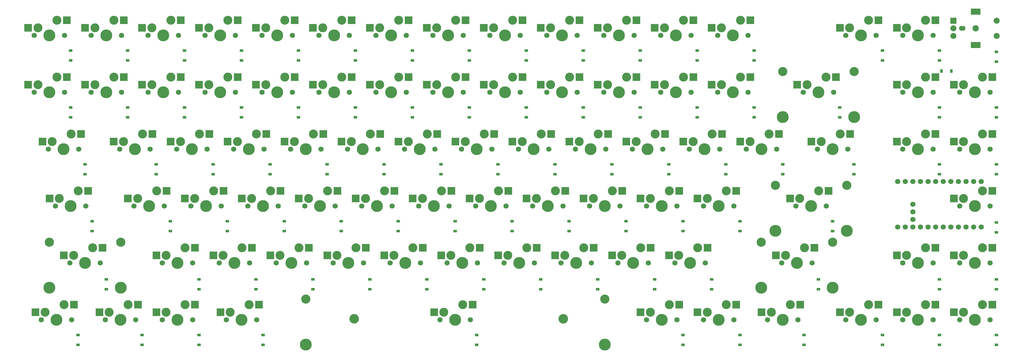
<source format=gbs>
%TF.GenerationSoftware,KiCad,Pcbnew,9.0.2*%
%TF.CreationDate,2025-07-13T14:40:43-07:00*%
%TF.ProjectId,Kicad Project,4b696361-6420-4507-926f-6a6563742e6b,rev?*%
%TF.SameCoordinates,Original*%
%TF.FileFunction,Soldermask,Bot*%
%TF.FilePolarity,Negative*%
%FSLAX46Y46*%
G04 Gerber Fmt 4.6, Leading zero omitted, Abs format (unit mm)*
G04 Created by KiCad (PCBNEW 9.0.2) date 2025-07-13 14:40:43*
%MOMM*%
%LPD*%
G01*
G04 APERTURE LIST*
G04 Aperture macros list*
%AMRoundRect*
0 Rectangle with rounded corners*
0 $1 Rounding radius*
0 $2 $3 $4 $5 $6 $7 $8 $9 X,Y pos of 4 corners*
0 Add a 4 corners polygon primitive as box body*
4,1,4,$2,$3,$4,$5,$6,$7,$8,$9,$2,$3,0*
0 Add four circle primitives for the rounded corners*
1,1,$1+$1,$2,$3*
1,1,$1+$1,$4,$5*
1,1,$1+$1,$6,$7*
1,1,$1+$1,$8,$9*
0 Add four rect primitives between the rounded corners*
20,1,$1+$1,$2,$3,$4,$5,0*
20,1,$1+$1,$4,$5,$6,$7,0*
20,1,$1+$1,$6,$7,$8,$9,0*
20,1,$1+$1,$8,$9,$2,$3,0*%
G04 Aperture macros list end*
%ADD10C,1.750000*%
%ADD11C,3.000000*%
%ADD12C,3.987800*%
%ADD13R,2.550000X2.500000*%
%ADD14RoundRect,0.225000X0.375000X-0.225000X0.375000X0.225000X-0.375000X0.225000X-0.375000X-0.225000X0*%
%ADD15C,3.048000*%
%ADD16C,3.200000*%
%ADD17O,2.200000X1.600000*%
%ADD18C,2.100000*%
%ADD19R,2.000000X2.000000*%
%ADD20C,2.000000*%
%ADD21R,3.200000X2.000000*%
%ADD22RoundRect,0.225000X0.225000X0.375000X-0.225000X0.375000X-0.225000X-0.375000X0.225000X-0.375000X0*%
%ADD23C,1.752600*%
G04 APERTURE END LIST*
D10*
%TO.C,MX42*%
X142557660Y-130968828D03*
D11*
X143827660Y-128428828D03*
D12*
X147637660Y-130968828D03*
D11*
X150177660Y-125888828D03*
D10*
X152717660Y-130968828D03*
D13*
X140552660Y-128428828D03*
X153479660Y-125888828D03*
%TD*%
D10*
%TO.C,MX23*%
X223520160Y-92868828D03*
D11*
X224790160Y-90328828D03*
D12*
X228600160Y-92868828D03*
D11*
X231140160Y-87788828D03*
D10*
X233680160Y-92868828D03*
D13*
X221515160Y-90328828D03*
X234442160Y-87788828D03*
%TD*%
D10*
%TO.C,MX27*%
X80645160Y-111918828D03*
D11*
X81915160Y-109378828D03*
D12*
X85725160Y-111918828D03*
D11*
X88265160Y-106838828D03*
D10*
X90805160Y-111918828D03*
D13*
X78640160Y-109378828D03*
X91567160Y-106838828D03*
%TD*%
D10*
%TO.C,MX33*%
X194945160Y-111918828D03*
D11*
X196215160Y-109378828D03*
D12*
X200025160Y-111918828D03*
D11*
X202565160Y-106838828D03*
D10*
X205105160Y-111918828D03*
D13*
X192940160Y-109378828D03*
X205867160Y-106838828D03*
%TD*%
D10*
%TO.C,MX29*%
X118745160Y-111918828D03*
D11*
X120015160Y-109378828D03*
D12*
X123825160Y-111918828D03*
D11*
X126365160Y-106838828D03*
D10*
X128905160Y-111918828D03*
D13*
X116740160Y-109378828D03*
X129667160Y-106838828D03*
%TD*%
D10*
%TO.C,MX25*%
X261620160Y-92868828D03*
D11*
X262890160Y-90328828D03*
D12*
X266700160Y-92868828D03*
D11*
X269240160Y-87788828D03*
D10*
X271780160Y-92868828D03*
D13*
X259615160Y-90328828D03*
X272542160Y-87788828D03*
%TD*%
D10*
%TO.C,MX39*%
X85407660Y-130968828D03*
D11*
X86677660Y-128428828D03*
D12*
X90487660Y-130968828D03*
D11*
X93027660Y-125888828D03*
D10*
X95567660Y-130968828D03*
D13*
X83402660Y-128428828D03*
X96329660Y-125888828D03*
%TD*%
D10*
%TO.C,MX36*%
X252095160Y-111918828D03*
D11*
X253365160Y-109378828D03*
D12*
X257175160Y-111918828D03*
D11*
X259715160Y-106838828D03*
D10*
X262255160Y-111918828D03*
D13*
X250090160Y-109378828D03*
X263017160Y-106838828D03*
%TD*%
D14*
%TO.C,D54*%
X183356410Y-158812578D03*
X183356410Y-155512578D03*
%TD*%
%TO.C,D51*%
X126206410Y-158812578D03*
X126206410Y-155512578D03*
%TD*%
D10*
%TO.C,MX57*%
X228282660Y-150018828D03*
D11*
X229552660Y-147478828D03*
D12*
X233362660Y-150018828D03*
D11*
X235902660Y-144938828D03*
D10*
X238442660Y-150018828D03*
D13*
X226277660Y-147478828D03*
X239204660Y-144938828D03*
%TD*%
D10*
%TO.C,MX73*%
X323532660Y-169068828D03*
D11*
X324802660Y-166528828D03*
D12*
X328612660Y-169068828D03*
D11*
X331152660Y-163988828D03*
D10*
X333692660Y-169068828D03*
D13*
X321527660Y-166528828D03*
X334454660Y-163988828D03*
%TD*%
D10*
%TO.C,MX76*%
X54451410Y-169068828D03*
D11*
X55721410Y-166528828D03*
D12*
X59531410Y-169068828D03*
D11*
X62071410Y-163988828D03*
D10*
X64611410Y-169068828D03*
D13*
X52446410Y-166528828D03*
X65373410Y-163988828D03*
%TD*%
D14*
%TO.C,D59*%
X278606410Y-158812578D03*
X278606410Y-155512578D03*
%TD*%
D10*
%TO.C,MX13*%
X280670160Y-73818828D03*
D11*
X281940160Y-71278828D03*
D12*
X285750160Y-73818828D03*
D11*
X288290160Y-68738828D03*
D10*
X290830160Y-73818828D03*
D13*
X278665160Y-71278828D03*
X291592160Y-68738828D03*
%TD*%
D10*
%TO.C,MX16*%
X90170160Y-92868828D03*
D11*
X91440160Y-90328828D03*
D12*
X95250160Y-92868828D03*
D11*
X97790160Y-87788828D03*
D10*
X100330160Y-92868828D03*
D13*
X88165160Y-90328828D03*
X101092160Y-87788828D03*
%TD*%
D10*
%TO.C,MX53*%
X152082660Y-150018828D03*
D11*
X153352660Y-147478828D03*
D12*
X157162660Y-150018828D03*
D11*
X159702660Y-144938828D03*
D10*
X162242660Y-150018828D03*
D13*
X150077660Y-147478828D03*
X163004660Y-144938828D03*
%TD*%
D10*
%TO.C,MX59*%
X266382660Y-150018828D03*
D11*
X267652660Y-147478828D03*
D12*
X271462660Y-150018828D03*
D11*
X274002660Y-144938828D03*
D10*
X276542660Y-150018828D03*
D13*
X264377660Y-147478828D03*
X277304660Y-144938828D03*
%TD*%
D14*
%TO.C,D56*%
X221456410Y-158812578D03*
X221456410Y-155512578D03*
%TD*%
D10*
%TO.C,MX80*%
X314007660Y-111918828D03*
D11*
X315277660Y-109378828D03*
D12*
X319087660Y-111918828D03*
D11*
X321627660Y-106838828D03*
D10*
X324167660Y-111918828D03*
D13*
X312002660Y-109378828D03*
X324929660Y-106838828D03*
%TD*%
D15*
%TO.C,MX82*%
X302387160Y-85883828D03*
D12*
X302387160Y-101123828D03*
D10*
X309245160Y-92868828D03*
D11*
X310515160Y-90328828D03*
D12*
X314325160Y-92868828D03*
D11*
X316865160Y-87788828D03*
D10*
X319405160Y-92868828D03*
D15*
X326263160Y-85883828D03*
D12*
X326263160Y-101123828D03*
D13*
X307240160Y-90328828D03*
X320167160Y-87788828D03*
%TD*%
D10*
%TO.C,MX6*%
X147320160Y-73818828D03*
D11*
X148590160Y-71278828D03*
D12*
X152400160Y-73818828D03*
D11*
X154940160Y-68738828D03*
D10*
X157480160Y-73818828D03*
D13*
X145315160Y-71278828D03*
X158242160Y-68738828D03*
%TD*%
D10*
%TO.C,MX72*%
X342582660Y-150018828D03*
D11*
X343852660Y-147478828D03*
D12*
X347662660Y-150018828D03*
D11*
X350202660Y-144938828D03*
D10*
X352742660Y-150018828D03*
D13*
X340577660Y-147478828D03*
X353504660Y-144938828D03*
%TD*%
D10*
%TO.C,MX54*%
X171132660Y-150018828D03*
D11*
X172402660Y-147478828D03*
D12*
X176212660Y-150018828D03*
D11*
X178752660Y-144938828D03*
D10*
X181292660Y-150018828D03*
D13*
X169127660Y-147478828D03*
X182054660Y-144938828D03*
%TD*%
D14*
%TO.C,D52*%
X145256410Y-158812578D03*
X145256410Y-155512578D03*
%TD*%
D10*
%TO.C,MX51*%
X113982660Y-150018828D03*
D11*
X115252660Y-147478828D03*
D12*
X119062660Y-150018828D03*
D11*
X121602660Y-144938828D03*
D10*
X124142660Y-150018828D03*
D13*
X111977660Y-147478828D03*
X124904660Y-144938828D03*
%TD*%
D10*
%TO.C,MX74*%
X342582660Y-169068828D03*
D11*
X343852660Y-166528828D03*
D12*
X347662660Y-169068828D03*
D11*
X350202660Y-163988828D03*
D10*
X352742660Y-169068828D03*
D13*
X340577660Y-166528828D03*
X353504660Y-163988828D03*
%TD*%
D10*
%TO.C,MX35*%
X233045160Y-111918828D03*
D11*
X234315160Y-109378828D03*
D12*
X238125160Y-111918828D03*
D11*
X240665160Y-106838828D03*
D10*
X243205160Y-111918828D03*
D13*
X231040160Y-109378828D03*
X243967160Y-106838828D03*
%TD*%
D10*
%TO.C,MX63*%
X275907660Y-169068828D03*
D11*
X277177660Y-166528828D03*
D12*
X280987660Y-169068828D03*
D11*
X283527660Y-163988828D03*
D10*
X286067660Y-169068828D03*
D13*
X273902660Y-166528828D03*
X286829660Y-163988828D03*
%TD*%
D14*
%TO.C,D53*%
X164306410Y-158812578D03*
X164306410Y-155512578D03*
%TD*%
D10*
%TO.C,MX22*%
X204470160Y-92868828D03*
D11*
X205740160Y-90328828D03*
D12*
X209550160Y-92868828D03*
D11*
X212090160Y-87788828D03*
D10*
X214630160Y-92868828D03*
D13*
X202465160Y-90328828D03*
X215392160Y-87788828D03*
%TD*%
D10*
%TO.C,MX46*%
X218757660Y-130968828D03*
D11*
X220027660Y-128428828D03*
D12*
X223837660Y-130968828D03*
D11*
X226377660Y-125888828D03*
D10*
X228917660Y-130968828D03*
D13*
X216752660Y-128428828D03*
X229679660Y-125888828D03*
%TD*%
D14*
%TO.C,D85*%
X314325160Y-158812578D03*
X314325160Y-155512578D03*
%TD*%
D10*
%TO.C,MX12*%
X261620160Y-73818828D03*
D11*
X262890160Y-71278828D03*
D12*
X266700160Y-73818828D03*
D11*
X269240160Y-68738828D03*
D10*
X271780160Y-73818828D03*
D13*
X259615160Y-71278828D03*
X272542160Y-68738828D03*
%TD*%
D16*
%TO.C,M3-1*%
X159050160Y-168718828D03*
%TD*%
D10*
%TO.C,MX9*%
X204470160Y-73818828D03*
D11*
X205740160Y-71278828D03*
D12*
X209550160Y-73818828D03*
D11*
X212090160Y-68738828D03*
D10*
X214630160Y-73818828D03*
D13*
X202465160Y-71278828D03*
X215392160Y-68738828D03*
%TD*%
D10*
%TO.C,MX64*%
X323532660Y-73818828D03*
D11*
X324802660Y-71278828D03*
D12*
X328612660Y-73818828D03*
D11*
X331152660Y-68738828D03*
D10*
X333692660Y-73818828D03*
D13*
X321527660Y-71278828D03*
X334454660Y-68738828D03*
%TD*%
D10*
%TO.C,MX30*%
X137795160Y-111918828D03*
D11*
X139065160Y-109378828D03*
D12*
X142875160Y-111918828D03*
D11*
X145415160Y-106838828D03*
D10*
X147955160Y-111918828D03*
D13*
X135790160Y-109378828D03*
X148717160Y-106838828D03*
%TD*%
D10*
%TO.C,MX14*%
X52070160Y-92868828D03*
D11*
X53340160Y-90328828D03*
D12*
X57150160Y-92868828D03*
D11*
X59690160Y-87788828D03*
D10*
X62230160Y-92868828D03*
D13*
X50065160Y-90328828D03*
X62992160Y-87788828D03*
%TD*%
D10*
%TO.C,MX8*%
X185420160Y-73818828D03*
D11*
X186690160Y-71278828D03*
D12*
X190500160Y-73818828D03*
D11*
X193040160Y-68738828D03*
D10*
X195580160Y-73818828D03*
D13*
X183415160Y-71278828D03*
X196342160Y-68738828D03*
%TD*%
D10*
%TO.C,MX45*%
X199707660Y-130968828D03*
D11*
X200977660Y-128428828D03*
D12*
X204787660Y-130968828D03*
D11*
X207327660Y-125888828D03*
D10*
X209867660Y-130968828D03*
D13*
X197702660Y-128428828D03*
X210629660Y-125888828D03*
%TD*%
D10*
%TO.C,MX20*%
X166370160Y-92868828D03*
D11*
X167640160Y-90328828D03*
D12*
X171450160Y-92868828D03*
D11*
X173990160Y-87788828D03*
D10*
X176530160Y-92868828D03*
D13*
X164365160Y-90328828D03*
X177292160Y-87788828D03*
%TD*%
D10*
%TO.C,MX65*%
X342582660Y-73818828D03*
D11*
X343852660Y-71278828D03*
D12*
X347662660Y-73818828D03*
D11*
X350202660Y-68738828D03*
D10*
X352742660Y-73818828D03*
D13*
X340577660Y-71278828D03*
X353504660Y-68738828D03*
%TD*%
D10*
%TO.C,MX78*%
X297338910Y-169068828D03*
D11*
X298608910Y-166528828D03*
D12*
X302418910Y-169068828D03*
D11*
X304958910Y-163988828D03*
D10*
X307498910Y-169068828D03*
D13*
X295333910Y-166528828D03*
X308260910Y-163988828D03*
%TD*%
D14*
%TO.C,D84*%
X76200160Y-158812578D03*
X76200160Y-155512578D03*
%TD*%
D10*
%TO.C,MX34*%
X213995160Y-111918828D03*
D11*
X215265160Y-109378828D03*
D12*
X219075160Y-111918828D03*
D11*
X221615160Y-106838828D03*
D10*
X224155160Y-111918828D03*
D13*
X211990160Y-109378828D03*
X224917160Y-106838828D03*
%TD*%
D15*
%TO.C,MX84*%
X57118410Y-143033828D03*
D12*
X57118410Y-158273828D03*
D10*
X63976410Y-150018828D03*
D11*
X65246410Y-147478828D03*
D12*
X69056410Y-150018828D03*
D11*
X71596410Y-144938828D03*
D10*
X74136410Y-150018828D03*
D15*
X80994410Y-143033828D03*
D12*
X80994410Y-158273828D03*
D13*
X61971410Y-147478828D03*
X74898410Y-144938828D03*
%TD*%
D10*
%TO.C,MX52*%
X133032660Y-150018828D03*
D11*
X134302660Y-147478828D03*
D12*
X138112660Y-150018828D03*
D11*
X140652660Y-144938828D03*
D10*
X143192660Y-150018828D03*
D13*
X131027660Y-147478828D03*
X143954660Y-144938828D03*
%TD*%
D10*
%TO.C,MX61*%
X94932660Y-169068828D03*
D11*
X96202660Y-166528828D03*
D12*
X100012660Y-169068828D03*
D11*
X102552660Y-163988828D03*
D10*
X105092660Y-169068828D03*
D13*
X92927660Y-166528828D03*
X105854660Y-163988828D03*
%TD*%
D14*
%TO.C,D55*%
X202406410Y-158812578D03*
X202406410Y-155512578D03*
%TD*%
D10*
%TO.C,MX7*%
X166370160Y-73818828D03*
D11*
X167640160Y-71278828D03*
D12*
X171450160Y-73818828D03*
D11*
X173990160Y-68738828D03*
D10*
X176530160Y-73818828D03*
D13*
X164365160Y-71278828D03*
X177292160Y-68738828D03*
%TD*%
D10*
%TO.C,MX40*%
X104457660Y-130968828D03*
D11*
X105727660Y-128428828D03*
D12*
X109537660Y-130968828D03*
D11*
X112077660Y-125888828D03*
D10*
X114617660Y-130968828D03*
D13*
X102452660Y-128428828D03*
X115379660Y-125888828D03*
%TD*%
D10*
%TO.C,MX43*%
X161607660Y-130968828D03*
D11*
X162877660Y-128428828D03*
D12*
X166687660Y-130968828D03*
D11*
X169227660Y-125888828D03*
D10*
X171767660Y-130968828D03*
D13*
X159602660Y-128428828D03*
X172529660Y-125888828D03*
%TD*%
D10*
%TO.C,MX28*%
X99695160Y-111918828D03*
D11*
X100965160Y-109378828D03*
D12*
X104775160Y-111918828D03*
D11*
X107315160Y-106838828D03*
D10*
X109855160Y-111918828D03*
D13*
X97690160Y-109378828D03*
X110617160Y-106838828D03*
%TD*%
D10*
%TO.C,MX66*%
X342582660Y-92868828D03*
D11*
X343852660Y-90328828D03*
D12*
X347662660Y-92868828D03*
D11*
X350202660Y-87788828D03*
D10*
X352742660Y-92868828D03*
D13*
X340577660Y-90328828D03*
X353504660Y-87788828D03*
%TD*%
D10*
%TO.C,MX68*%
X342582660Y-111918828D03*
D11*
X343852660Y-109378828D03*
D12*
X347662660Y-111918828D03*
D11*
X350202660Y-106838828D03*
D10*
X352742660Y-111918828D03*
D13*
X340577660Y-109378828D03*
X353504660Y-106838828D03*
%TD*%
D14*
%TO.C,D72*%
X354806410Y-158812578D03*
X354806410Y-155512578D03*
%TD*%
%TO.C,D58*%
X259556410Y-158812578D03*
X259556410Y-155512578D03*
%TD*%
D10*
%TO.C,MX67*%
X361632660Y-92868828D03*
D11*
X362902660Y-90328828D03*
D12*
X366712660Y-92868828D03*
D11*
X369252660Y-87788828D03*
D10*
X371792660Y-92868828D03*
D13*
X359627660Y-90328828D03*
X372554660Y-87788828D03*
%TD*%
D10*
%TO.C,MX32*%
X175895160Y-111918828D03*
D11*
X177165160Y-109378828D03*
D12*
X180975160Y-111918828D03*
D11*
X183515160Y-106838828D03*
D10*
X186055160Y-111918828D03*
D13*
X173890160Y-109378828D03*
X186817160Y-106838828D03*
%TD*%
D10*
%TO.C,MX58*%
X247332660Y-150018828D03*
D11*
X248602660Y-147478828D03*
D12*
X252412660Y-150018828D03*
D11*
X254952660Y-144938828D03*
D10*
X257492660Y-150018828D03*
D13*
X245327660Y-147478828D03*
X258254660Y-144938828D03*
%TD*%
D10*
%TO.C,MX38*%
X290195160Y-111918828D03*
D11*
X291465160Y-109378828D03*
D12*
X295275160Y-111918828D03*
D11*
X297815160Y-106838828D03*
D10*
X300355160Y-111918828D03*
D13*
X288190160Y-109378828D03*
X301117160Y-106838828D03*
%TD*%
D10*
%TO.C,MX49*%
X275907660Y-130968828D03*
D11*
X277177660Y-128428828D03*
D12*
X280987660Y-130968828D03*
D11*
X283527660Y-125888828D03*
D10*
X286067660Y-130968828D03*
D13*
X273902660Y-128428828D03*
X286829660Y-125888828D03*
%TD*%
D10*
%TO.C,MX75*%
X361632660Y-169068828D03*
D11*
X362902660Y-166528828D03*
D12*
X366712660Y-169068828D03*
D11*
X369252660Y-163988828D03*
D10*
X371792660Y-169068828D03*
D13*
X359627660Y-166528828D03*
X372554660Y-163988828D03*
%TD*%
D10*
%TO.C,MX18*%
X128270160Y-92868828D03*
D11*
X129540160Y-90328828D03*
D12*
X133350160Y-92868828D03*
D11*
X135890160Y-87788828D03*
D10*
X138430160Y-92868828D03*
D13*
X126265160Y-90328828D03*
X139192160Y-87788828D03*
%TD*%
D10*
%TO.C,MX21*%
X185420160Y-92868828D03*
D11*
X186690160Y-90328828D03*
D12*
X190500160Y-92868828D03*
D11*
X193040160Y-87788828D03*
D10*
X195580160Y-92868828D03*
D13*
X183415160Y-90328828D03*
X196342160Y-87788828D03*
%TD*%
D10*
%TO.C,MX11*%
X242570160Y-73818828D03*
D11*
X243840160Y-71278828D03*
D12*
X247650160Y-73818828D03*
D11*
X250190160Y-68738828D03*
D10*
X252730160Y-73818828D03*
D13*
X240565160Y-71278828D03*
X253492160Y-68738828D03*
%TD*%
D10*
%TO.C,MX81*%
X59213910Y-130968828D03*
D11*
X60483910Y-128428828D03*
D12*
X64293910Y-130968828D03*
D11*
X66833910Y-125888828D03*
D10*
X69373910Y-130968828D03*
D13*
X57208910Y-128428828D03*
X70135910Y-125888828D03*
%TD*%
D10*
%TO.C,MX24*%
X242570160Y-92868828D03*
D11*
X243840160Y-90328828D03*
D12*
X247650160Y-92868828D03*
D11*
X250190160Y-87788828D03*
D10*
X252730160Y-92868828D03*
D13*
X240565160Y-90328828D03*
X253492160Y-87788828D03*
%TD*%
D10*
%TO.C,MX79*%
X56832660Y-111918828D03*
D11*
X58102660Y-109378828D03*
D12*
X61912660Y-111918828D03*
D11*
X64452660Y-106838828D03*
D10*
X66992660Y-111918828D03*
D13*
X54827660Y-109378828D03*
X67754660Y-106838828D03*
%TD*%
D10*
%TO.C,MX3*%
X90170160Y-73818828D03*
D11*
X91440160Y-71278828D03*
D12*
X95250160Y-73818828D03*
D11*
X97790160Y-68738828D03*
D10*
X100330160Y-73818828D03*
D13*
X88165160Y-71278828D03*
X101092160Y-68738828D03*
%TD*%
D14*
%TO.C,D71*%
X373856410Y-158812578D03*
X373856410Y-155512578D03*
%TD*%
D10*
%TO.C,MX70*%
X361632660Y-130968828D03*
D11*
X362902660Y-128428828D03*
D12*
X366712660Y-130968828D03*
D11*
X369252660Y-125888828D03*
D10*
X371792660Y-130968828D03*
D13*
X359627660Y-128428828D03*
X372554660Y-125888828D03*
%TD*%
D10*
%TO.C,MX15*%
X71120160Y-92868828D03*
D11*
X72390160Y-90328828D03*
D12*
X76200160Y-92868828D03*
D11*
X78740160Y-87788828D03*
D10*
X81280160Y-92868828D03*
D13*
X69115160Y-90328828D03*
X82042160Y-87788828D03*
%TD*%
D14*
%TO.C,D50*%
X107156410Y-158812578D03*
X107156410Y-155512578D03*
%TD*%
D10*
%TO.C,MX19*%
X147320160Y-92868828D03*
D11*
X148590160Y-90328828D03*
D12*
X152400160Y-92868828D03*
D11*
X154940160Y-87788828D03*
D10*
X157480160Y-92868828D03*
D13*
X145315160Y-90328828D03*
X158242160Y-87788828D03*
%TD*%
D15*
%TO.C,MX83*%
X300005910Y-123983828D03*
D12*
X300005910Y-139223828D03*
D10*
X306863910Y-130968828D03*
D11*
X308133910Y-128428828D03*
D12*
X311943910Y-130968828D03*
D11*
X314483910Y-125888828D03*
D10*
X317023910Y-130968828D03*
D15*
X323881910Y-123983828D03*
D12*
X323881910Y-139223828D03*
D13*
X304858910Y-128428828D03*
X317785910Y-125888828D03*
%TD*%
D10*
%TO.C,MX60*%
X75882660Y-169068828D03*
D11*
X77152660Y-166528828D03*
D12*
X80962660Y-169068828D03*
D11*
X83502660Y-163988828D03*
D10*
X86042660Y-169068828D03*
D13*
X73877660Y-166528828D03*
X86804660Y-163988828D03*
%TD*%
D10*
%TO.C,MX69*%
X361632660Y-111918828D03*
D11*
X362902660Y-109378828D03*
D12*
X366712660Y-111918828D03*
D11*
X369252660Y-106838828D03*
D10*
X371792660Y-111918828D03*
D13*
X359627660Y-109378828D03*
X372554660Y-106838828D03*
%TD*%
D10*
%TO.C,MX47*%
X237807660Y-130968828D03*
D11*
X239077660Y-128428828D03*
D12*
X242887660Y-130968828D03*
D11*
X245427660Y-125888828D03*
D10*
X247967660Y-130968828D03*
D13*
X235802660Y-128428828D03*
X248729660Y-125888828D03*
%TD*%
D10*
%TO.C,MX56*%
X209232660Y-150018828D03*
D11*
X210502660Y-147478828D03*
D12*
X214312660Y-150018828D03*
D11*
X216852660Y-144938828D03*
D10*
X219392660Y-150018828D03*
D13*
X207227660Y-147478828D03*
X220154660Y-144938828D03*
%TD*%
D10*
%TO.C,MX10*%
X223520160Y-73818828D03*
D11*
X224790160Y-71278828D03*
D12*
X228600160Y-73818828D03*
D11*
X231140160Y-68738828D03*
D10*
X233680160Y-73818828D03*
D13*
X221515160Y-71278828D03*
X234442160Y-68738828D03*
%TD*%
D10*
%TO.C,MX50*%
X94932660Y-150018828D03*
D11*
X96202660Y-147478828D03*
D12*
X100012660Y-150018828D03*
D11*
X102552660Y-144938828D03*
D10*
X105092660Y-150018828D03*
D13*
X92927660Y-147478828D03*
X105854660Y-144938828D03*
%TD*%
D15*
%TO.C,MX86*%
X142881510Y-162083828D03*
D12*
X142881510Y-177323828D03*
D10*
X187801410Y-169068828D03*
D11*
X189071410Y-166528828D03*
D12*
X192881410Y-169068828D03*
D11*
X195421410Y-163988828D03*
D10*
X197961410Y-169068828D03*
D15*
X242881310Y-162083828D03*
D12*
X242881310Y-177323828D03*
D13*
X185796410Y-166528828D03*
X198723410Y-163988828D03*
%TD*%
D10*
%TO.C,MX48*%
X256857660Y-130968828D03*
D11*
X258127660Y-128428828D03*
D12*
X261937660Y-130968828D03*
D11*
X264477660Y-125888828D03*
D10*
X267017660Y-130968828D03*
D13*
X254852660Y-128428828D03*
X267779660Y-125888828D03*
%TD*%
D10*
%TO.C,MX5*%
X128270160Y-73818828D03*
D11*
X129540160Y-71278828D03*
D12*
X133350160Y-73818828D03*
D11*
X135890160Y-68738828D03*
D10*
X138430160Y-73818828D03*
D13*
X126265160Y-71278828D03*
X139192160Y-68738828D03*
%TD*%
D10*
%TO.C,MX41*%
X123507660Y-130968828D03*
D11*
X124777660Y-128428828D03*
D12*
X128587660Y-130968828D03*
D11*
X131127660Y-125888828D03*
D10*
X133667660Y-130968828D03*
D13*
X121502660Y-128428828D03*
X134429660Y-125888828D03*
%TD*%
D15*
%TO.C,MX85*%
X295243410Y-143033828D03*
D12*
X295243410Y-158273828D03*
D10*
X302101410Y-150018828D03*
D11*
X303371410Y-147478828D03*
D12*
X307181410Y-150018828D03*
D11*
X309721410Y-144938828D03*
D10*
X312261410Y-150018828D03*
D15*
X319119410Y-143033828D03*
D12*
X319119410Y-158273828D03*
D13*
X300096410Y-147478828D03*
X313023410Y-144938828D03*
%TD*%
D10*
%TO.C,MX4*%
X109220160Y-73818828D03*
D11*
X110490160Y-71278828D03*
D12*
X114300160Y-73818828D03*
D11*
X116840160Y-68738828D03*
D10*
X119380160Y-73818828D03*
D13*
X107215160Y-71278828D03*
X120142160Y-68738828D03*
%TD*%
D10*
%TO.C,MX62*%
X256857660Y-169068828D03*
D11*
X258127660Y-166528828D03*
D12*
X261937660Y-169068828D03*
D11*
X264477660Y-163988828D03*
D10*
X267017660Y-169068828D03*
D13*
X254852660Y-166528828D03*
X267779660Y-163988828D03*
%TD*%
D10*
%TO.C,MX26*%
X280670160Y-92868828D03*
D11*
X281940160Y-90328828D03*
D12*
X285750160Y-92868828D03*
D11*
X288290160Y-87788828D03*
D10*
X290830160Y-92868828D03*
D13*
X278665160Y-90328828D03*
X291592160Y-87788828D03*
%TD*%
D10*
%TO.C,MX1*%
X52070160Y-73818828D03*
D11*
X53340160Y-71278828D03*
D12*
X57150160Y-73818828D03*
D11*
X59690160Y-68738828D03*
D10*
X62230160Y-73818828D03*
D13*
X50065160Y-71278828D03*
X62992160Y-68738828D03*
%TD*%
D17*
%TO.C,SW1*%
X362462660Y-71437578D03*
D18*
X366962660Y-71437578D03*
D19*
X359462660Y-68937578D03*
D20*
X359462660Y-73937578D03*
X359462660Y-71437578D03*
D21*
X366962660Y-65837578D03*
X366962660Y-77037578D03*
D20*
X373962660Y-73937578D03*
X373962660Y-68937578D03*
%TD*%
D22*
%TO.C,D88*%
X358837660Y-85725078D03*
X355537660Y-85725078D03*
%TD*%
D10*
%TO.C,MX17*%
X109220160Y-92868828D03*
D11*
X110490160Y-90328828D03*
D12*
X114300160Y-92868828D03*
D11*
X116840160Y-87788828D03*
D10*
X119380160Y-92868828D03*
D13*
X107215160Y-90328828D03*
X120142160Y-87788828D03*
%TD*%
D10*
%TO.C,MX44*%
X180657660Y-130968828D03*
D11*
X181927660Y-128428828D03*
D12*
X185737660Y-130968828D03*
D11*
X188277660Y-125888828D03*
D10*
X190817660Y-130968828D03*
D13*
X178652660Y-128428828D03*
X191579660Y-125888828D03*
%TD*%
D10*
%TO.C,MX71*%
X361632660Y-150018828D03*
D11*
X362902660Y-147478828D03*
D12*
X366712660Y-150018828D03*
D11*
X369252660Y-144938828D03*
D10*
X371792660Y-150018828D03*
D13*
X359627660Y-147478828D03*
X372554660Y-144938828D03*
%TD*%
D14*
%TO.C,D57*%
X240506410Y-158812578D03*
X240506410Y-155512578D03*
%TD*%
D10*
%TO.C,MX2*%
X71120160Y-73818828D03*
D11*
X72390160Y-71278828D03*
D12*
X76200160Y-73818828D03*
D11*
X78740160Y-68738828D03*
D10*
X81280160Y-73818828D03*
D13*
X69115160Y-71278828D03*
X82042160Y-68738828D03*
%TD*%
D16*
%TO.C,M3-2*%
X229050160Y-168718828D03*
%TD*%
D10*
%TO.C,MX31*%
X156845160Y-111918828D03*
D11*
X158115160Y-109378828D03*
D12*
X161925160Y-111918828D03*
D11*
X164465160Y-106838828D03*
D10*
X167005160Y-111918828D03*
D13*
X154840160Y-109378828D03*
X167767160Y-106838828D03*
%TD*%
D10*
%TO.C,MX37*%
X271145160Y-111918828D03*
D11*
X272415160Y-109378828D03*
D12*
X276225160Y-111918828D03*
D11*
X278765160Y-106838828D03*
D10*
X281305160Y-111918828D03*
D13*
X269140160Y-109378828D03*
X282067160Y-106838828D03*
%TD*%
D10*
%TO.C,MX55*%
X190182660Y-150018828D03*
D11*
X191452660Y-147478828D03*
D12*
X195262660Y-150018828D03*
D11*
X197802660Y-144938828D03*
D10*
X200342660Y-150018828D03*
D13*
X188177660Y-147478828D03*
X201104660Y-144938828D03*
%TD*%
D10*
%TO.C,MX77*%
X116363910Y-169068828D03*
D11*
X117633910Y-166528828D03*
D12*
X121443910Y-169068828D03*
D11*
X123983910Y-163988828D03*
D10*
X126523910Y-169068828D03*
D13*
X114358910Y-166528828D03*
X127285910Y-163988828D03*
%TD*%
D14*
%TO.C,D67*%
X373856544Y-101203319D03*
X373856544Y-97903319D03*
%TD*%
%TO.C,D87*%
X373856410Y-82612578D03*
X373856410Y-79312578D03*
%TD*%
%TO.C,D3*%
X102393964Y-82153242D03*
X102393964Y-78853242D03*
%TD*%
%TO.C,D83*%
X319087560Y-139303303D03*
X319087560Y-136003303D03*
%TD*%
%TO.C,D15*%
X83344044Y-101203319D03*
X83344044Y-97903319D03*
%TD*%
%TO.C,D23*%
X235744044Y-101203319D03*
X235744044Y-97903319D03*
%TD*%
%TO.C,D44*%
X192881310Y-139303303D03*
X192881310Y-136003303D03*
%TD*%
%TO.C,D28*%
X111918910Y-120253287D03*
X111918910Y-116953287D03*
%TD*%
%TO.C,D40*%
X116681310Y-139303303D03*
X116681310Y-136003303D03*
%TD*%
%TO.C,D43*%
X173831310Y-139303303D03*
X173831310Y-136003303D03*
%TD*%
%TO.C,D61*%
X107156410Y-177403335D03*
X107156410Y-174103335D03*
%TD*%
%TO.C,D37*%
X283368910Y-120253287D03*
X283368910Y-116953287D03*
%TD*%
%TO.C,D16*%
X102394044Y-101203319D03*
X102394044Y-97903319D03*
%TD*%
%TO.C,D81*%
X71437560Y-139303303D03*
X71437560Y-136003303D03*
%TD*%
%TO.C,D78*%
X309562660Y-177403335D03*
X309562660Y-174103335D03*
%TD*%
%TO.C,D63*%
X288131410Y-177403335D03*
X288131410Y-174103335D03*
%TD*%
%TO.C,D1*%
X64293948Y-82153242D03*
X64293948Y-78853242D03*
%TD*%
%TO.C,D64*%
X335756676Y-82153242D03*
X335756676Y-78853242D03*
%TD*%
%TO.C,D24*%
X254794044Y-101203319D03*
X254794044Y-97903319D03*
%TD*%
%TO.C,D6*%
X159543964Y-82153242D03*
X159543964Y-78853242D03*
%TD*%
%TO.C,D4*%
X121443964Y-82153242D03*
X121443964Y-78853242D03*
%TD*%
%TO.C,D12*%
X273843964Y-82153242D03*
X273843964Y-78853242D03*
%TD*%
%TO.C,D42*%
X154781310Y-139303303D03*
X154781310Y-136003303D03*
%TD*%
%TO.C,D45*%
X211931310Y-139303303D03*
X211931310Y-136003303D03*
%TD*%
%TO.C,D32*%
X188118910Y-120253287D03*
X188118910Y-116953287D03*
%TD*%
%TO.C,D34*%
X226218910Y-120253287D03*
X226218910Y-116953287D03*
%TD*%
D23*
%TO.C,U1*%
X368776410Y-138018828D03*
X366236410Y-138018828D03*
X363696410Y-138018828D03*
X361156410Y-138018828D03*
X358616410Y-138018828D03*
X356076410Y-138018828D03*
X353536410Y-138018828D03*
X350996410Y-138018828D03*
X348456410Y-138018828D03*
X345916410Y-138018828D03*
X343376410Y-138018828D03*
X340836410Y-138018828D03*
X340836410Y-122778828D03*
X343376410Y-122778828D03*
X345916410Y-122778828D03*
X348456410Y-122778828D03*
X350996410Y-122778828D03*
X353536410Y-122778828D03*
X356076410Y-122778828D03*
X358616410Y-122778828D03*
X361156410Y-122778828D03*
X363696410Y-122778828D03*
X366236410Y-122778828D03*
X368776410Y-122778828D03*
X345916410Y-135478828D03*
X345916410Y-132938828D03*
X345916410Y-130398828D03*
%TD*%
D14*
%TO.C,D46*%
X230981310Y-139303303D03*
X230981310Y-136003303D03*
%TD*%
%TO.C,D33*%
X207168910Y-120253287D03*
X207168910Y-116953287D03*
%TD*%
%TO.C,D73*%
X335756410Y-177403335D03*
X335756410Y-174103335D03*
%TD*%
%TO.C,D10*%
X235743964Y-82153242D03*
X235743964Y-78853242D03*
%TD*%
%TO.C,D60*%
X88106410Y-177403335D03*
X88106410Y-174103335D03*
%TD*%
%TO.C,D25*%
X273844044Y-101203319D03*
X273844044Y-97903319D03*
%TD*%
%TO.C,D30*%
X150018910Y-120253287D03*
X150018910Y-116953287D03*
%TD*%
%TO.C,D49*%
X288131310Y-139303303D03*
X288131310Y-136003303D03*
%TD*%
%TO.C,D69*%
X373856410Y-120253287D03*
X373856410Y-116953287D03*
%TD*%
%TO.C,D13*%
X292893964Y-82153242D03*
X292893964Y-78853242D03*
%TD*%
%TO.C,D2*%
X83343964Y-82153242D03*
X83343964Y-78853242D03*
%TD*%
%TO.C,D62*%
X269081410Y-177403335D03*
X269081410Y-174103335D03*
%TD*%
%TO.C,D29*%
X130968910Y-120253287D03*
X130968910Y-116953287D03*
%TD*%
%TO.C,D39*%
X97631310Y-139303303D03*
X97631310Y-136003303D03*
%TD*%
%TO.C,D11*%
X254793964Y-82153242D03*
X254793964Y-78853242D03*
%TD*%
%TO.C,D70*%
X373856410Y-139762578D03*
X373856410Y-136462578D03*
%TD*%
%TO.C,D75*%
X373856410Y-177403335D03*
X373856410Y-174103335D03*
%TD*%
%TO.C,D22*%
X216694044Y-101203319D03*
X216694044Y-97903319D03*
%TD*%
%TO.C,D5*%
X140493964Y-82153242D03*
X140493964Y-78853242D03*
%TD*%
%TO.C,D38*%
X302418910Y-120253287D03*
X302418910Y-116953287D03*
%TD*%
%TO.C,D68*%
X354806410Y-120253287D03*
X354806410Y-116953287D03*
%TD*%
%TO.C,D36*%
X264318910Y-120253287D03*
X264318910Y-116953287D03*
%TD*%
%TO.C,D7*%
X178593964Y-82153242D03*
X178593964Y-78853242D03*
%TD*%
%TO.C,D86*%
X200025160Y-177403335D03*
X200025160Y-174103335D03*
%TD*%
%TO.C,D27*%
X92868910Y-120253287D03*
X92868910Y-116953287D03*
%TD*%
%TO.C,D35*%
X245268910Y-120253287D03*
X245268910Y-116953287D03*
%TD*%
%TO.C,D8*%
X197643964Y-82153242D03*
X197643964Y-78853242D03*
%TD*%
%TO.C,D17*%
X121444044Y-101203319D03*
X121444044Y-97903319D03*
%TD*%
%TO.C,D80*%
X326231410Y-120253287D03*
X326231410Y-116953287D03*
%TD*%
%TO.C,D31*%
X169068910Y-120253287D03*
X169068910Y-116953287D03*
%TD*%
%TO.C,D26*%
X292894044Y-101203319D03*
X292894044Y-97903319D03*
%TD*%
%TO.C,D77*%
X128587660Y-177403335D03*
X128587660Y-174103335D03*
%TD*%
%TO.C,D48*%
X269081310Y-139303303D03*
X269081310Y-136003303D03*
%TD*%
%TO.C,D20*%
X178594044Y-101203319D03*
X178594044Y-97903319D03*
%TD*%
%TO.C,D14*%
X64293804Y-101203319D03*
X64293804Y-97903319D03*
%TD*%
%TO.C,D47*%
X250031310Y-139303303D03*
X250031310Y-136003303D03*
%TD*%
%TO.C,D65*%
X354806692Y-82153242D03*
X354806692Y-78853242D03*
%TD*%
%TO.C,D66*%
X354806544Y-101203319D03*
X354806544Y-97903319D03*
%TD*%
%TO.C,D74*%
X354806410Y-177403335D03*
X354806410Y-174103335D03*
%TD*%
%TO.C,D76*%
X66675160Y-177403335D03*
X66675160Y-174103335D03*
%TD*%
%TO.C,D82*%
X321469044Y-101203319D03*
X321469044Y-97903319D03*
%TD*%
%TO.C,D18*%
X140494044Y-101203319D03*
X140494044Y-97903319D03*
%TD*%
%TO.C,D9*%
X216693964Y-82153242D03*
X216693964Y-78853242D03*
%TD*%
%TO.C,D79*%
X69056410Y-120253287D03*
X69056410Y-116953287D03*
%TD*%
%TO.C,D21*%
X197644044Y-101203319D03*
X197644044Y-97903319D03*
%TD*%
%TO.C,D19*%
X159544044Y-101203319D03*
X159544044Y-97903319D03*
%TD*%
%TO.C,D41*%
X135731310Y-139303303D03*
X135731310Y-136003303D03*
%TD*%
M02*

</source>
